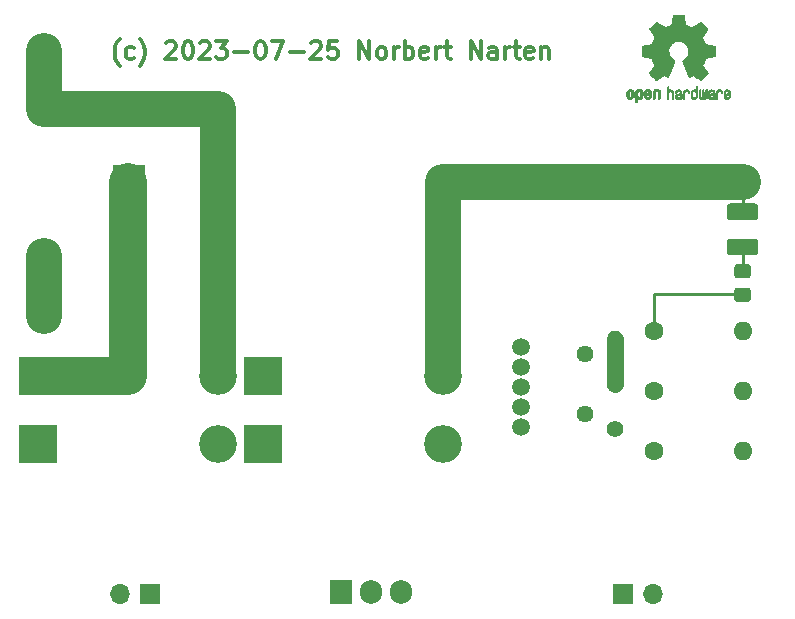
<source format=gbr>
%TF.GenerationSoftware,KiCad,Pcbnew,5.1.8-5.1.8*%
%TF.CreationDate,2023-07-26T00:19:43+02:00*%
%TF.ProjectId,C64-PSU-PCB-replacement-for-902503-06,4336342d-5053-4552-9d50-43422d726570,rev?*%
%TF.SameCoordinates,Original*%
%TF.FileFunction,Copper,L1,Top*%
%TF.FilePolarity,Positive*%
%FSLAX46Y46*%
G04 Gerber Fmt 4.6, Leading zero omitted, Abs format (unit mm)*
G04 Created by KiCad (PCBNEW 5.1.8-5.1.8) date 2023-07-26 00:19:43*
%MOMM*%
%LPD*%
G01*
G04 APERTURE LIST*
%TA.AperFunction,NonConductor*%
%ADD10C,0.300000*%
%TD*%
%TA.AperFunction,EtchedComponent*%
%ADD11C,0.010000*%
%TD*%
%TA.AperFunction,ComponentPad*%
%ADD12C,1.500000*%
%TD*%
%TA.AperFunction,ComponentPad*%
%ADD13C,3.000000*%
%TD*%
%TA.AperFunction,ComponentPad*%
%ADD14O,1.905000X2.000000*%
%TD*%
%TA.AperFunction,ComponentPad*%
%ADD15R,1.905000X2.000000*%
%TD*%
%TA.AperFunction,ComponentPad*%
%ADD16O,1.700000X1.700000*%
%TD*%
%TA.AperFunction,ComponentPad*%
%ADD17R,1.700000X1.700000*%
%TD*%
%TA.AperFunction,ComponentPad*%
%ADD18C,1.440000*%
%TD*%
%TA.AperFunction,ComponentPad*%
%ADD19O,1.400000X1.400000*%
%TD*%
%TA.AperFunction,ComponentPad*%
%ADD20C,1.400000*%
%TD*%
%TA.AperFunction,ComponentPad*%
%ADD21O,3.200000X3.200000*%
%TD*%
%TA.AperFunction,ComponentPad*%
%ADD22R,3.200000X3.200000*%
%TD*%
%TA.AperFunction,ComponentPad*%
%ADD23R,3.200001X3.200001*%
%TD*%
%TA.AperFunction,ComponentPad*%
%ADD24O,3.200001X3.200001*%
%TD*%
%TA.AperFunction,ComponentPad*%
%ADD25O,1.600000X1.600000*%
%TD*%
%TA.AperFunction,ComponentPad*%
%ADD26C,1.600000*%
%TD*%
%TA.AperFunction,ComponentPad*%
%ADD27O,2.800000X2.800000*%
%TD*%
%TA.AperFunction,ComponentPad*%
%ADD28R,2.800000X2.800000*%
%TD*%
%TA.AperFunction,Conductor*%
%ADD29C,0.250000*%
%TD*%
%TA.AperFunction,Conductor*%
%ADD30C,1.397000*%
%TD*%
%TA.AperFunction,Conductor*%
%ADD31C,3.048000*%
%TD*%
%TA.AperFunction,Conductor*%
%ADD32C,3.175000*%
%TD*%
G04 APERTURE END LIST*
D10*
X39947714Y-30206000D02*
X39876285Y-30134571D01*
X39733428Y-29920285D01*
X39661999Y-29777428D01*
X39590571Y-29563142D01*
X39519142Y-29206000D01*
X39519142Y-28920285D01*
X39590571Y-28563142D01*
X39661999Y-28348857D01*
X39733428Y-28206000D01*
X39876285Y-27991714D01*
X39947714Y-27920285D01*
X41161999Y-29563142D02*
X41019142Y-29634571D01*
X40733428Y-29634571D01*
X40590571Y-29563142D01*
X40519142Y-29491714D01*
X40447714Y-29348857D01*
X40447714Y-28920285D01*
X40519142Y-28777428D01*
X40590571Y-28706000D01*
X40733428Y-28634571D01*
X41019142Y-28634571D01*
X41161999Y-28706000D01*
X41661999Y-30206000D02*
X41733428Y-30134571D01*
X41876285Y-29920285D01*
X41947714Y-29777428D01*
X42019142Y-29563142D01*
X42090571Y-29206000D01*
X42090571Y-28920285D01*
X42019142Y-28563142D01*
X41947714Y-28348857D01*
X41876285Y-28206000D01*
X41733428Y-27991714D01*
X41661999Y-27920285D01*
X43876285Y-28277428D02*
X43947714Y-28206000D01*
X44090571Y-28134571D01*
X44447714Y-28134571D01*
X44590571Y-28206000D01*
X44661999Y-28277428D01*
X44733428Y-28420285D01*
X44733428Y-28563142D01*
X44661999Y-28777428D01*
X43804857Y-29634571D01*
X44733428Y-29634571D01*
X45661999Y-28134571D02*
X45804857Y-28134571D01*
X45947714Y-28206000D01*
X46019142Y-28277428D01*
X46090571Y-28420285D01*
X46161999Y-28706000D01*
X46161999Y-29063142D01*
X46090571Y-29348857D01*
X46019142Y-29491714D01*
X45947714Y-29563142D01*
X45804857Y-29634571D01*
X45661999Y-29634571D01*
X45519142Y-29563142D01*
X45447714Y-29491714D01*
X45376285Y-29348857D01*
X45304857Y-29063142D01*
X45304857Y-28706000D01*
X45376285Y-28420285D01*
X45447714Y-28277428D01*
X45519142Y-28206000D01*
X45661999Y-28134571D01*
X46733428Y-28277428D02*
X46804857Y-28206000D01*
X46947714Y-28134571D01*
X47304857Y-28134571D01*
X47447714Y-28206000D01*
X47519142Y-28277428D01*
X47590571Y-28420285D01*
X47590571Y-28563142D01*
X47519142Y-28777428D01*
X46661999Y-29634571D01*
X47590571Y-29634571D01*
X48090571Y-28134571D02*
X49019142Y-28134571D01*
X48519142Y-28706000D01*
X48733428Y-28706000D01*
X48876285Y-28777428D01*
X48947714Y-28848857D01*
X49019142Y-28991714D01*
X49019142Y-29348857D01*
X48947714Y-29491714D01*
X48876285Y-29563142D01*
X48733428Y-29634571D01*
X48304857Y-29634571D01*
X48161999Y-29563142D01*
X48090571Y-29491714D01*
X49661999Y-29063142D02*
X50804857Y-29063142D01*
X51804857Y-28134571D02*
X51947714Y-28134571D01*
X52090571Y-28206000D01*
X52161999Y-28277428D01*
X52233428Y-28420285D01*
X52304857Y-28706000D01*
X52304857Y-29063142D01*
X52233428Y-29348857D01*
X52161999Y-29491714D01*
X52090571Y-29563142D01*
X51947714Y-29634571D01*
X51804857Y-29634571D01*
X51661999Y-29563142D01*
X51590571Y-29491714D01*
X51519142Y-29348857D01*
X51447714Y-29063142D01*
X51447714Y-28706000D01*
X51519142Y-28420285D01*
X51590571Y-28277428D01*
X51661999Y-28206000D01*
X51804857Y-28134571D01*
X52804857Y-28134571D02*
X53804857Y-28134571D01*
X53161999Y-29634571D01*
X54376285Y-29063142D02*
X55519142Y-29063142D01*
X56162000Y-28277428D02*
X56233428Y-28206000D01*
X56376285Y-28134571D01*
X56733428Y-28134571D01*
X56876285Y-28206000D01*
X56947714Y-28277428D01*
X57019142Y-28420285D01*
X57019142Y-28563142D01*
X56947714Y-28777428D01*
X56090571Y-29634571D01*
X57019142Y-29634571D01*
X58376285Y-28134571D02*
X57662000Y-28134571D01*
X57590571Y-28848857D01*
X57662000Y-28777428D01*
X57804857Y-28706000D01*
X58162000Y-28706000D01*
X58304857Y-28777428D01*
X58376285Y-28848857D01*
X58447714Y-28991714D01*
X58447714Y-29348857D01*
X58376285Y-29491714D01*
X58304857Y-29563142D01*
X58162000Y-29634571D01*
X57804857Y-29634571D01*
X57662000Y-29563142D01*
X57590571Y-29491714D01*
X60233428Y-29634571D02*
X60233428Y-28134571D01*
X61090571Y-29634571D01*
X61090571Y-28134571D01*
X62019142Y-29634571D02*
X61876285Y-29563142D01*
X61804857Y-29491714D01*
X61733428Y-29348857D01*
X61733428Y-28920285D01*
X61804857Y-28777428D01*
X61876285Y-28706000D01*
X62019142Y-28634571D01*
X62233428Y-28634571D01*
X62376285Y-28706000D01*
X62447714Y-28777428D01*
X62519142Y-28920285D01*
X62519142Y-29348857D01*
X62447714Y-29491714D01*
X62376285Y-29563142D01*
X62233428Y-29634571D01*
X62019142Y-29634571D01*
X63162000Y-29634571D02*
X63162000Y-28634571D01*
X63162000Y-28920285D02*
X63233428Y-28777428D01*
X63304857Y-28706000D01*
X63447714Y-28634571D01*
X63590571Y-28634571D01*
X64090571Y-29634571D02*
X64090571Y-28134571D01*
X64090571Y-28706000D02*
X64233428Y-28634571D01*
X64519142Y-28634571D01*
X64662000Y-28706000D01*
X64733428Y-28777428D01*
X64804857Y-28920285D01*
X64804857Y-29348857D01*
X64733428Y-29491714D01*
X64662000Y-29563142D01*
X64519142Y-29634571D01*
X64233428Y-29634571D01*
X64090571Y-29563142D01*
X66019142Y-29563142D02*
X65876285Y-29634571D01*
X65590571Y-29634571D01*
X65447714Y-29563142D01*
X65376285Y-29420285D01*
X65376285Y-28848857D01*
X65447714Y-28706000D01*
X65590571Y-28634571D01*
X65876285Y-28634571D01*
X66019142Y-28706000D01*
X66090571Y-28848857D01*
X66090571Y-28991714D01*
X65376285Y-29134571D01*
X66733428Y-29634571D02*
X66733428Y-28634571D01*
X66733428Y-28920285D02*
X66804857Y-28777428D01*
X66876285Y-28706000D01*
X67019142Y-28634571D01*
X67162000Y-28634571D01*
X67447714Y-28634571D02*
X68019142Y-28634571D01*
X67662000Y-28134571D02*
X67662000Y-29420285D01*
X67733428Y-29563142D01*
X67876285Y-29634571D01*
X68019142Y-29634571D01*
X69662000Y-29634571D02*
X69662000Y-28134571D01*
X70519142Y-29634571D01*
X70519142Y-28134571D01*
X71876285Y-29634571D02*
X71876285Y-28848857D01*
X71804857Y-28706000D01*
X71662000Y-28634571D01*
X71376285Y-28634571D01*
X71233428Y-28706000D01*
X71876285Y-29563142D02*
X71733428Y-29634571D01*
X71376285Y-29634571D01*
X71233428Y-29563142D01*
X71162000Y-29420285D01*
X71162000Y-29277428D01*
X71233428Y-29134571D01*
X71376285Y-29063142D01*
X71733428Y-29063142D01*
X71876285Y-28991714D01*
X72590571Y-29634571D02*
X72590571Y-28634571D01*
X72590571Y-28920285D02*
X72662000Y-28777428D01*
X72733428Y-28706000D01*
X72876285Y-28634571D01*
X73019142Y-28634571D01*
X73304857Y-28634571D02*
X73876285Y-28634571D01*
X73519142Y-28134571D02*
X73519142Y-29420285D01*
X73590571Y-29563142D01*
X73733428Y-29634571D01*
X73876285Y-29634571D01*
X74947714Y-29563142D02*
X74804857Y-29634571D01*
X74519142Y-29634571D01*
X74376285Y-29563142D01*
X74304857Y-29420285D01*
X74304857Y-28848857D01*
X74376285Y-28706000D01*
X74519142Y-28634571D01*
X74804857Y-28634571D01*
X74947714Y-28706000D01*
X75019142Y-28848857D01*
X75019142Y-28991714D01*
X74304857Y-29134571D01*
X75662000Y-28634571D02*
X75662000Y-29634571D01*
X75662000Y-28777428D02*
X75733428Y-28706000D01*
X75876285Y-28634571D01*
X76090571Y-28634571D01*
X76233428Y-28706000D01*
X76304857Y-28848857D01*
X76304857Y-29634571D01*
D11*
%TO.C,REF\u002A\u002A*%
G36*
X84017886Y-32175505D02*
G01*
X84092539Y-32212727D01*
X84158431Y-32281261D01*
X84176577Y-32306648D01*
X84196345Y-32339866D01*
X84209172Y-32375945D01*
X84216510Y-32424098D01*
X84219813Y-32493536D01*
X84220538Y-32585206D01*
X84217263Y-32710830D01*
X84205877Y-32805154D01*
X84184041Y-32875523D01*
X84149419Y-32929286D01*
X84099670Y-32973788D01*
X84096014Y-32976423D01*
X84046985Y-33003377D01*
X83987945Y-33016712D01*
X83912859Y-33020000D01*
X83790795Y-33020000D01*
X83790744Y-33138497D01*
X83789608Y-33204492D01*
X83782686Y-33243202D01*
X83764598Y-33266419D01*
X83729962Y-33285933D01*
X83721645Y-33289920D01*
X83682720Y-33308603D01*
X83652583Y-33320403D01*
X83630174Y-33321422D01*
X83614433Y-33307761D01*
X83604302Y-33275522D01*
X83598723Y-33220804D01*
X83596635Y-33139711D01*
X83596981Y-33028344D01*
X83598700Y-32882802D01*
X83599237Y-32839269D01*
X83601172Y-32689205D01*
X83602904Y-32591042D01*
X83790692Y-32591042D01*
X83791748Y-32674364D01*
X83796438Y-32728880D01*
X83807051Y-32764837D01*
X83825872Y-32792482D01*
X83838650Y-32805965D01*
X83890890Y-32845417D01*
X83937142Y-32848628D01*
X83984867Y-32816049D01*
X83986077Y-32814846D01*
X84005494Y-32789668D01*
X84017307Y-32755447D01*
X84023265Y-32702748D01*
X84025120Y-32622131D01*
X84025154Y-32604271D01*
X84020670Y-32493175D01*
X84006074Y-32416161D01*
X83979650Y-32369147D01*
X83939683Y-32348050D01*
X83916584Y-32345923D01*
X83861762Y-32355900D01*
X83824158Y-32388752D01*
X83801523Y-32448857D01*
X83791606Y-32540598D01*
X83790692Y-32591042D01*
X83602904Y-32591042D01*
X83603222Y-32573060D01*
X83605873Y-32485679D01*
X83609606Y-32421905D01*
X83614907Y-32376582D01*
X83622258Y-32344555D01*
X83632143Y-32320668D01*
X83645046Y-32299764D01*
X83650579Y-32291898D01*
X83723969Y-32217595D01*
X83816760Y-32175467D01*
X83924096Y-32163722D01*
X84017886Y-32175505D01*
G37*
X84017886Y-32175505D02*
X84092539Y-32212727D01*
X84158431Y-32281261D01*
X84176577Y-32306648D01*
X84196345Y-32339866D01*
X84209172Y-32375945D01*
X84216510Y-32424098D01*
X84219813Y-32493536D01*
X84220538Y-32585206D01*
X84217263Y-32710830D01*
X84205877Y-32805154D01*
X84184041Y-32875523D01*
X84149419Y-32929286D01*
X84099670Y-32973788D01*
X84096014Y-32976423D01*
X84046985Y-33003377D01*
X83987945Y-33016712D01*
X83912859Y-33020000D01*
X83790795Y-33020000D01*
X83790744Y-33138497D01*
X83789608Y-33204492D01*
X83782686Y-33243202D01*
X83764598Y-33266419D01*
X83729962Y-33285933D01*
X83721645Y-33289920D01*
X83682720Y-33308603D01*
X83652583Y-33320403D01*
X83630174Y-33321422D01*
X83614433Y-33307761D01*
X83604302Y-33275522D01*
X83598723Y-33220804D01*
X83596635Y-33139711D01*
X83596981Y-33028344D01*
X83598700Y-32882802D01*
X83599237Y-32839269D01*
X83601172Y-32689205D01*
X83602904Y-32591042D01*
X83790692Y-32591042D01*
X83791748Y-32674364D01*
X83796438Y-32728880D01*
X83807051Y-32764837D01*
X83825872Y-32792482D01*
X83838650Y-32805965D01*
X83890890Y-32845417D01*
X83937142Y-32848628D01*
X83984867Y-32816049D01*
X83986077Y-32814846D01*
X84005494Y-32789668D01*
X84017307Y-32755447D01*
X84023265Y-32702748D01*
X84025120Y-32622131D01*
X84025154Y-32604271D01*
X84020670Y-32493175D01*
X84006074Y-32416161D01*
X83979650Y-32369147D01*
X83939683Y-32348050D01*
X83916584Y-32345923D01*
X83861762Y-32355900D01*
X83824158Y-32388752D01*
X83801523Y-32448857D01*
X83791606Y-32540598D01*
X83790692Y-32591042D01*
X83602904Y-32591042D01*
X83603222Y-32573060D01*
X83605873Y-32485679D01*
X83609606Y-32421905D01*
X83614907Y-32376582D01*
X83622258Y-32344555D01*
X83632143Y-32320668D01*
X83645046Y-32299764D01*
X83650579Y-32291898D01*
X83723969Y-32217595D01*
X83816760Y-32175467D01*
X83924096Y-32163722D01*
X84017886Y-32175505D01*
G36*
X85520664Y-32186089D02*
G01*
X85583367Y-32222358D01*
X85626961Y-32258358D01*
X85658845Y-32296075D01*
X85680810Y-32342199D01*
X85694649Y-32403421D01*
X85702153Y-32486431D01*
X85705117Y-32597919D01*
X85705461Y-32678062D01*
X85705461Y-32973065D01*
X85539385Y-33047515D01*
X85529615Y-32724402D01*
X85525579Y-32603729D01*
X85521344Y-32516141D01*
X85516097Y-32455650D01*
X85509025Y-32416268D01*
X85499311Y-32392007D01*
X85486144Y-32376880D01*
X85481919Y-32373606D01*
X85417909Y-32348034D01*
X85353208Y-32358153D01*
X85314692Y-32385000D01*
X85299025Y-32404024D01*
X85288180Y-32428988D01*
X85281288Y-32466834D01*
X85277479Y-32524502D01*
X85275883Y-32608935D01*
X85275615Y-32696928D01*
X85275563Y-32807323D01*
X85273672Y-32885463D01*
X85267345Y-32938165D01*
X85253983Y-32972242D01*
X85230985Y-32994511D01*
X85195754Y-33011787D01*
X85148697Y-33029738D01*
X85097303Y-33049278D01*
X85103421Y-32702485D01*
X85105884Y-32577468D01*
X85108767Y-32485082D01*
X85112898Y-32418881D01*
X85119107Y-32372420D01*
X85128226Y-32339256D01*
X85141083Y-32312944D01*
X85156584Y-32289729D01*
X85231371Y-32215569D01*
X85322628Y-32172684D01*
X85421883Y-32162412D01*
X85520664Y-32186089D01*
G37*
X85520664Y-32186089D02*
X85583367Y-32222358D01*
X85626961Y-32258358D01*
X85658845Y-32296075D01*
X85680810Y-32342199D01*
X85694649Y-32403421D01*
X85702153Y-32486431D01*
X85705117Y-32597919D01*
X85705461Y-32678062D01*
X85705461Y-32973065D01*
X85539385Y-33047515D01*
X85529615Y-32724402D01*
X85525579Y-32603729D01*
X85521344Y-32516141D01*
X85516097Y-32455650D01*
X85509025Y-32416268D01*
X85499311Y-32392007D01*
X85486144Y-32376880D01*
X85481919Y-32373606D01*
X85417909Y-32348034D01*
X85353208Y-32358153D01*
X85314692Y-32385000D01*
X85299025Y-32404024D01*
X85288180Y-32428988D01*
X85281288Y-32466834D01*
X85277479Y-32524502D01*
X85275883Y-32608935D01*
X85275615Y-32696928D01*
X85275563Y-32807323D01*
X85273672Y-32885463D01*
X85267345Y-32938165D01*
X85253983Y-32972242D01*
X85230985Y-32994511D01*
X85195754Y-33011787D01*
X85148697Y-33029738D01*
X85097303Y-33049278D01*
X85103421Y-32702485D01*
X85105884Y-32577468D01*
X85108767Y-32485082D01*
X85112898Y-32418881D01*
X85119107Y-32372420D01*
X85128226Y-32339256D01*
X85141083Y-32312944D01*
X85156584Y-32289729D01*
X85231371Y-32215569D01*
X85322628Y-32172684D01*
X85421883Y-32162412D01*
X85520664Y-32186089D01*
G36*
X83265886Y-32178256D02*
G01*
X83357464Y-32226409D01*
X83425049Y-32303905D01*
X83449057Y-32353727D01*
X83467738Y-32428533D01*
X83477301Y-32523052D01*
X83478208Y-32626210D01*
X83470921Y-32726935D01*
X83455903Y-32814153D01*
X83433615Y-32876791D01*
X83426765Y-32887579D01*
X83345632Y-32968105D01*
X83249266Y-33016336D01*
X83144701Y-33030450D01*
X83038968Y-33008629D01*
X83009543Y-32995547D01*
X82952241Y-32955231D01*
X82901950Y-32901775D01*
X82897197Y-32894995D01*
X82877878Y-32862321D01*
X82865108Y-32827394D01*
X82857564Y-32781414D01*
X82853924Y-32715584D01*
X82852865Y-32621105D01*
X82852846Y-32599923D01*
X82852894Y-32593182D01*
X83048231Y-32593182D01*
X83049368Y-32682349D01*
X83053841Y-32741520D01*
X83063246Y-32779741D01*
X83079176Y-32806053D01*
X83087308Y-32814846D01*
X83134058Y-32848261D01*
X83179447Y-32846737D01*
X83225340Y-32817752D01*
X83252712Y-32786809D01*
X83268923Y-32741643D01*
X83278026Y-32670420D01*
X83278651Y-32662114D01*
X83280204Y-32533037D01*
X83263965Y-32437172D01*
X83230152Y-32375107D01*
X83178984Y-32347432D01*
X83160720Y-32345923D01*
X83112760Y-32353513D01*
X83079953Y-32379808D01*
X83059895Y-32430095D01*
X83050178Y-32509664D01*
X83048231Y-32593182D01*
X82852894Y-32593182D01*
X82853574Y-32499249D01*
X82856629Y-32428906D01*
X82863322Y-32380163D01*
X82874960Y-32344288D01*
X82892853Y-32312548D01*
X82896808Y-32306648D01*
X82963267Y-32227104D01*
X83035685Y-32180929D01*
X83123849Y-32162599D01*
X83153787Y-32161703D01*
X83265886Y-32178256D01*
G37*
X83265886Y-32178256D02*
X83357464Y-32226409D01*
X83425049Y-32303905D01*
X83449057Y-32353727D01*
X83467738Y-32428533D01*
X83477301Y-32523052D01*
X83478208Y-32626210D01*
X83470921Y-32726935D01*
X83455903Y-32814153D01*
X83433615Y-32876791D01*
X83426765Y-32887579D01*
X83345632Y-32968105D01*
X83249266Y-33016336D01*
X83144701Y-33030450D01*
X83038968Y-33008629D01*
X83009543Y-32995547D01*
X82952241Y-32955231D01*
X82901950Y-32901775D01*
X82897197Y-32894995D01*
X82877878Y-32862321D01*
X82865108Y-32827394D01*
X82857564Y-32781414D01*
X82853924Y-32715584D01*
X82852865Y-32621105D01*
X82852846Y-32599923D01*
X82852894Y-32593182D01*
X83048231Y-32593182D01*
X83049368Y-32682349D01*
X83053841Y-32741520D01*
X83063246Y-32779741D01*
X83079176Y-32806053D01*
X83087308Y-32814846D01*
X83134058Y-32848261D01*
X83179447Y-32846737D01*
X83225340Y-32817752D01*
X83252712Y-32786809D01*
X83268923Y-32741643D01*
X83278026Y-32670420D01*
X83278651Y-32662114D01*
X83280204Y-32533037D01*
X83263965Y-32437172D01*
X83230152Y-32375107D01*
X83178984Y-32347432D01*
X83160720Y-32345923D01*
X83112760Y-32353513D01*
X83079953Y-32379808D01*
X83059895Y-32430095D01*
X83050178Y-32509664D01*
X83048231Y-32593182D01*
X82852894Y-32593182D01*
X82853574Y-32499249D01*
X82856629Y-32428906D01*
X82863322Y-32380163D01*
X82874960Y-32344288D01*
X82892853Y-32312548D01*
X82896808Y-32306648D01*
X82963267Y-32227104D01*
X83035685Y-32180929D01*
X83123849Y-32162599D01*
X83153787Y-32161703D01*
X83265886Y-32178256D01*
G36*
X84783254Y-32190745D02*
G01*
X84860286Y-32242567D01*
X84919816Y-32317412D01*
X84955378Y-32412654D01*
X84962571Y-32482756D01*
X84961754Y-32512009D01*
X84954914Y-32534407D01*
X84936112Y-32554474D01*
X84899408Y-32576733D01*
X84838862Y-32605709D01*
X84748534Y-32645927D01*
X84748077Y-32646129D01*
X84664933Y-32684210D01*
X84596753Y-32718025D01*
X84550505Y-32743933D01*
X84533158Y-32758295D01*
X84533154Y-32758411D01*
X84548443Y-32789685D01*
X84584196Y-32824157D01*
X84625242Y-32848990D01*
X84646037Y-32853923D01*
X84702770Y-32836862D01*
X84751627Y-32794133D01*
X84775465Y-32747155D01*
X84798397Y-32712522D01*
X84843318Y-32673081D01*
X84896123Y-32639009D01*
X84942710Y-32620480D01*
X84952452Y-32619462D01*
X84963418Y-32636215D01*
X84964079Y-32679039D01*
X84956020Y-32736781D01*
X84940827Y-32798289D01*
X84920086Y-32852409D01*
X84919038Y-32854510D01*
X84856621Y-32941660D01*
X84775726Y-33000939D01*
X84683856Y-33030034D01*
X84588513Y-33026634D01*
X84497198Y-32988428D01*
X84493138Y-32985741D01*
X84421306Y-32920642D01*
X84374073Y-32835705D01*
X84347934Y-32724021D01*
X84344426Y-32692643D01*
X84338213Y-32544536D01*
X84345661Y-32475468D01*
X84533154Y-32475468D01*
X84535590Y-32518552D01*
X84548914Y-32531126D01*
X84582132Y-32521719D01*
X84634494Y-32499483D01*
X84693024Y-32471610D01*
X84694479Y-32470872D01*
X84744089Y-32444777D01*
X84764000Y-32427363D01*
X84759090Y-32409107D01*
X84738416Y-32385120D01*
X84685819Y-32350406D01*
X84629177Y-32347856D01*
X84578369Y-32373119D01*
X84543276Y-32421847D01*
X84533154Y-32475468D01*
X84345661Y-32475468D01*
X84350992Y-32426036D01*
X84383778Y-32332055D01*
X84429421Y-32266215D01*
X84511802Y-32199681D01*
X84602546Y-32166676D01*
X84695185Y-32164573D01*
X84783254Y-32190745D01*
G37*
X84783254Y-32190745D02*
X84860286Y-32242567D01*
X84919816Y-32317412D01*
X84955378Y-32412654D01*
X84962571Y-32482756D01*
X84961754Y-32512009D01*
X84954914Y-32534407D01*
X84936112Y-32554474D01*
X84899408Y-32576733D01*
X84838862Y-32605709D01*
X84748534Y-32645927D01*
X84748077Y-32646129D01*
X84664933Y-32684210D01*
X84596753Y-32718025D01*
X84550505Y-32743933D01*
X84533158Y-32758295D01*
X84533154Y-32758411D01*
X84548443Y-32789685D01*
X84584196Y-32824157D01*
X84625242Y-32848990D01*
X84646037Y-32853923D01*
X84702770Y-32836862D01*
X84751627Y-32794133D01*
X84775465Y-32747155D01*
X84798397Y-32712522D01*
X84843318Y-32673081D01*
X84896123Y-32639009D01*
X84942710Y-32620480D01*
X84952452Y-32619462D01*
X84963418Y-32636215D01*
X84964079Y-32679039D01*
X84956020Y-32736781D01*
X84940827Y-32798289D01*
X84920086Y-32852409D01*
X84919038Y-32854510D01*
X84856621Y-32941660D01*
X84775726Y-33000939D01*
X84683856Y-33030034D01*
X84588513Y-33026634D01*
X84497198Y-32988428D01*
X84493138Y-32985741D01*
X84421306Y-32920642D01*
X84374073Y-32835705D01*
X84347934Y-32724021D01*
X84344426Y-32692643D01*
X84338213Y-32544536D01*
X84345661Y-32475468D01*
X84533154Y-32475468D01*
X84535590Y-32518552D01*
X84548914Y-32531126D01*
X84582132Y-32521719D01*
X84634494Y-32499483D01*
X84693024Y-32471610D01*
X84694479Y-32470872D01*
X84744089Y-32444777D01*
X84764000Y-32427363D01*
X84759090Y-32409107D01*
X84738416Y-32385120D01*
X84685819Y-32350406D01*
X84629177Y-32347856D01*
X84578369Y-32373119D01*
X84543276Y-32421847D01*
X84533154Y-32475468D01*
X84345661Y-32475468D01*
X84350992Y-32426036D01*
X84383778Y-32332055D01*
X84429421Y-32266215D01*
X84511802Y-32199681D01*
X84602546Y-32166676D01*
X84695185Y-32164573D01*
X84783254Y-32190745D01*
G36*
X86408846Y-32083120D02*
G01*
X86414572Y-32162980D01*
X86421149Y-32210039D01*
X86430262Y-32230566D01*
X86443598Y-32230829D01*
X86447923Y-32228378D01*
X86505444Y-32210636D01*
X86580268Y-32211672D01*
X86656339Y-32229910D01*
X86703918Y-32253505D01*
X86752702Y-32291198D01*
X86788364Y-32333855D01*
X86812845Y-32388057D01*
X86828087Y-32460384D01*
X86836030Y-32557419D01*
X86838616Y-32685742D01*
X86838662Y-32710358D01*
X86838692Y-32986870D01*
X86777161Y-33008320D01*
X86733459Y-33022912D01*
X86709482Y-33029706D01*
X86708777Y-33029769D01*
X86706415Y-33011345D01*
X86704406Y-32960526D01*
X86702901Y-32883993D01*
X86702053Y-32788430D01*
X86701923Y-32730329D01*
X86701651Y-32615771D01*
X86700252Y-32533667D01*
X86696849Y-32477393D01*
X86690567Y-32440326D01*
X86680529Y-32415844D01*
X86665861Y-32397325D01*
X86656702Y-32388406D01*
X86593789Y-32352466D01*
X86525136Y-32349775D01*
X86462848Y-32380170D01*
X86451329Y-32391144D01*
X86434433Y-32411779D01*
X86422714Y-32436256D01*
X86415233Y-32471647D01*
X86411054Y-32525026D01*
X86409237Y-32603466D01*
X86408846Y-32711617D01*
X86408846Y-32986870D01*
X86347315Y-33008320D01*
X86303613Y-33022912D01*
X86279636Y-33029706D01*
X86278930Y-33029769D01*
X86277126Y-33011069D01*
X86275500Y-32958322D01*
X86274117Y-32876557D01*
X86273042Y-32770805D01*
X86272340Y-32646094D01*
X86272077Y-32507455D01*
X86272077Y-31972806D01*
X86399077Y-31919236D01*
X86408846Y-32083120D01*
G37*
X86408846Y-32083120D02*
X86414572Y-32162980D01*
X86421149Y-32210039D01*
X86430262Y-32230566D01*
X86443598Y-32230829D01*
X86447923Y-32228378D01*
X86505444Y-32210636D01*
X86580268Y-32211672D01*
X86656339Y-32229910D01*
X86703918Y-32253505D01*
X86752702Y-32291198D01*
X86788364Y-32333855D01*
X86812845Y-32388057D01*
X86828087Y-32460384D01*
X86836030Y-32557419D01*
X86838616Y-32685742D01*
X86838662Y-32710358D01*
X86838692Y-32986870D01*
X86777161Y-33008320D01*
X86733459Y-33022912D01*
X86709482Y-33029706D01*
X86708777Y-33029769D01*
X86706415Y-33011345D01*
X86704406Y-32960526D01*
X86702901Y-32883993D01*
X86702053Y-32788430D01*
X86701923Y-32730329D01*
X86701651Y-32615771D01*
X86700252Y-32533667D01*
X86696849Y-32477393D01*
X86690567Y-32440326D01*
X86680529Y-32415844D01*
X86665861Y-32397325D01*
X86656702Y-32388406D01*
X86593789Y-32352466D01*
X86525136Y-32349775D01*
X86462848Y-32380170D01*
X86451329Y-32391144D01*
X86434433Y-32411779D01*
X86422714Y-32436256D01*
X86415233Y-32471647D01*
X86411054Y-32525026D01*
X86409237Y-32603466D01*
X86408846Y-32711617D01*
X86408846Y-32986870D01*
X86347315Y-33008320D01*
X86303613Y-33022912D01*
X86279636Y-33029706D01*
X86278930Y-33029769D01*
X86277126Y-33011069D01*
X86275500Y-32958322D01*
X86274117Y-32876557D01*
X86273042Y-32770805D01*
X86272340Y-32646094D01*
X86272077Y-32507455D01*
X86272077Y-31972806D01*
X86399077Y-31919236D01*
X86408846Y-32083120D01*
G36*
X87302501Y-32217303D02*
G01*
X87379060Y-32245733D01*
X87379936Y-32246279D01*
X87427285Y-32281127D01*
X87462241Y-32321852D01*
X87486825Y-32374925D01*
X87503062Y-32446814D01*
X87512975Y-32543992D01*
X87518586Y-32672928D01*
X87519077Y-32691298D01*
X87526141Y-32968287D01*
X87466695Y-32999028D01*
X87423681Y-33019802D01*
X87397710Y-33029646D01*
X87396509Y-33029769D01*
X87392014Y-33011606D01*
X87388444Y-32962612D01*
X87386248Y-32891031D01*
X87385769Y-32833068D01*
X87385758Y-32739170D01*
X87381466Y-32680203D01*
X87366503Y-32652079D01*
X87334482Y-32650706D01*
X87279014Y-32671998D01*
X87195269Y-32711136D01*
X87133689Y-32743643D01*
X87102017Y-32771845D01*
X87092706Y-32802582D01*
X87092692Y-32804104D01*
X87108057Y-32857054D01*
X87153547Y-32885660D01*
X87223166Y-32889803D01*
X87273313Y-32889084D01*
X87299754Y-32903527D01*
X87316243Y-32938218D01*
X87325733Y-32982416D01*
X87312057Y-33007493D01*
X87306907Y-33011082D01*
X87258425Y-33025496D01*
X87190531Y-33027537D01*
X87120612Y-33017983D01*
X87071068Y-33000522D01*
X87002570Y-32942364D01*
X86963634Y-32861408D01*
X86955923Y-32798160D01*
X86961807Y-32741111D01*
X86983101Y-32694542D01*
X87025265Y-32653181D01*
X87093759Y-32611755D01*
X87194044Y-32564993D01*
X87200154Y-32562350D01*
X87290490Y-32520617D01*
X87346235Y-32486391D01*
X87370129Y-32455635D01*
X87364913Y-32424311D01*
X87333328Y-32388383D01*
X87323883Y-32380116D01*
X87260617Y-32348058D01*
X87195064Y-32349407D01*
X87137972Y-32380838D01*
X87100093Y-32439024D01*
X87096574Y-32450446D01*
X87062300Y-32505837D01*
X87018809Y-32532518D01*
X86955923Y-32558960D01*
X86955923Y-32490548D01*
X86975052Y-32391110D01*
X87031831Y-32299902D01*
X87061378Y-32269389D01*
X87128542Y-32230228D01*
X87213956Y-32212500D01*
X87302501Y-32217303D01*
G37*
X87302501Y-32217303D02*
X87379060Y-32245733D01*
X87379936Y-32246279D01*
X87427285Y-32281127D01*
X87462241Y-32321852D01*
X87486825Y-32374925D01*
X87503062Y-32446814D01*
X87512975Y-32543992D01*
X87518586Y-32672928D01*
X87519077Y-32691298D01*
X87526141Y-32968287D01*
X87466695Y-32999028D01*
X87423681Y-33019802D01*
X87397710Y-33029646D01*
X87396509Y-33029769D01*
X87392014Y-33011606D01*
X87388444Y-32962612D01*
X87386248Y-32891031D01*
X87385769Y-32833068D01*
X87385758Y-32739170D01*
X87381466Y-32680203D01*
X87366503Y-32652079D01*
X87334482Y-32650706D01*
X87279014Y-32671998D01*
X87195269Y-32711136D01*
X87133689Y-32743643D01*
X87102017Y-32771845D01*
X87092706Y-32802582D01*
X87092692Y-32804104D01*
X87108057Y-32857054D01*
X87153547Y-32885660D01*
X87223166Y-32889803D01*
X87273313Y-32889084D01*
X87299754Y-32903527D01*
X87316243Y-32938218D01*
X87325733Y-32982416D01*
X87312057Y-33007493D01*
X87306907Y-33011082D01*
X87258425Y-33025496D01*
X87190531Y-33027537D01*
X87120612Y-33017983D01*
X87071068Y-33000522D01*
X87002570Y-32942364D01*
X86963634Y-32861408D01*
X86955923Y-32798160D01*
X86961807Y-32741111D01*
X86983101Y-32694542D01*
X87025265Y-32653181D01*
X87093759Y-32611755D01*
X87194044Y-32564993D01*
X87200154Y-32562350D01*
X87290490Y-32520617D01*
X87346235Y-32486391D01*
X87370129Y-32455635D01*
X87364913Y-32424311D01*
X87333328Y-32388383D01*
X87323883Y-32380116D01*
X87260617Y-32348058D01*
X87195064Y-32349407D01*
X87137972Y-32380838D01*
X87100093Y-32439024D01*
X87096574Y-32450446D01*
X87062300Y-32505837D01*
X87018809Y-32532518D01*
X86955923Y-32558960D01*
X86955923Y-32490548D01*
X86975052Y-32391110D01*
X87031831Y-32299902D01*
X87061378Y-32269389D01*
X87128542Y-32230228D01*
X87213956Y-32212500D01*
X87302501Y-32217303D01*
G36*
X87962362Y-32215670D02*
G01*
X88051117Y-32248421D01*
X88123022Y-32306350D01*
X88151144Y-32347128D01*
X88181802Y-32421954D01*
X88181165Y-32476058D01*
X88148987Y-32512446D01*
X88137081Y-32518633D01*
X88085675Y-32537925D01*
X88059422Y-32532982D01*
X88050530Y-32500587D01*
X88050077Y-32482692D01*
X88033797Y-32416859D01*
X87991365Y-32370807D01*
X87932388Y-32348564D01*
X87866475Y-32354161D01*
X87812895Y-32383229D01*
X87794798Y-32399810D01*
X87781971Y-32419925D01*
X87773306Y-32450332D01*
X87767696Y-32497788D01*
X87764035Y-32569050D01*
X87761215Y-32670875D01*
X87760484Y-32703115D01*
X87757820Y-32813410D01*
X87754792Y-32891036D01*
X87750250Y-32942396D01*
X87743046Y-32973890D01*
X87732033Y-32991920D01*
X87716060Y-33002888D01*
X87705834Y-33007733D01*
X87662406Y-33024301D01*
X87636842Y-33029769D01*
X87628395Y-33011507D01*
X87623239Y-32956296D01*
X87621346Y-32863499D01*
X87622689Y-32732478D01*
X87623107Y-32712269D01*
X87626058Y-32592733D01*
X87629548Y-32505449D01*
X87634514Y-32443591D01*
X87641893Y-32400336D01*
X87652624Y-32368860D01*
X87667645Y-32342339D01*
X87675502Y-32330975D01*
X87720553Y-32280692D01*
X87770940Y-32241581D01*
X87777108Y-32238167D01*
X87867458Y-32211212D01*
X87962362Y-32215670D01*
G37*
X87962362Y-32215670D02*
X88051117Y-32248421D01*
X88123022Y-32306350D01*
X88151144Y-32347128D01*
X88181802Y-32421954D01*
X88181165Y-32476058D01*
X88148987Y-32512446D01*
X88137081Y-32518633D01*
X88085675Y-32537925D01*
X88059422Y-32532982D01*
X88050530Y-32500587D01*
X88050077Y-32482692D01*
X88033797Y-32416859D01*
X87991365Y-32370807D01*
X87932388Y-32348564D01*
X87866475Y-32354161D01*
X87812895Y-32383229D01*
X87794798Y-32399810D01*
X87781971Y-32419925D01*
X87773306Y-32450332D01*
X87767696Y-32497788D01*
X87764035Y-32569050D01*
X87761215Y-32670875D01*
X87760484Y-32703115D01*
X87757820Y-32813410D01*
X87754792Y-32891036D01*
X87750250Y-32942396D01*
X87743046Y-32973890D01*
X87732033Y-32991920D01*
X87716060Y-33002888D01*
X87705834Y-33007733D01*
X87662406Y-33024301D01*
X87636842Y-33029769D01*
X87628395Y-33011507D01*
X87623239Y-32956296D01*
X87621346Y-32863499D01*
X87622689Y-32732478D01*
X87623107Y-32712269D01*
X87626058Y-32592733D01*
X87629548Y-32505449D01*
X87634514Y-32443591D01*
X87641893Y-32400336D01*
X87652624Y-32368860D01*
X87667645Y-32342339D01*
X87675502Y-32330975D01*
X87720553Y-32280692D01*
X87770940Y-32241581D01*
X87777108Y-32238167D01*
X87867458Y-32211212D01*
X87962362Y-32215670D01*
G36*
X88851081Y-32371289D02*
G01*
X88850833Y-32517320D01*
X88849872Y-32629655D01*
X88847794Y-32713678D01*
X88844193Y-32774769D01*
X88838665Y-32818309D01*
X88830804Y-32849679D01*
X88820207Y-32874262D01*
X88812182Y-32888294D01*
X88745728Y-32964388D01*
X88661470Y-33012084D01*
X88568249Y-33029199D01*
X88474900Y-33013546D01*
X88419312Y-32985418D01*
X88360957Y-32936760D01*
X88321186Y-32877333D01*
X88297190Y-32799507D01*
X88286161Y-32695652D01*
X88284599Y-32619462D01*
X88284809Y-32613986D01*
X88421308Y-32613986D01*
X88422141Y-32701355D01*
X88425961Y-32759192D01*
X88434746Y-32797029D01*
X88450474Y-32824398D01*
X88469266Y-32845042D01*
X88532375Y-32884890D01*
X88600137Y-32888295D01*
X88664179Y-32855025D01*
X88669164Y-32850517D01*
X88690439Y-32827067D01*
X88703779Y-32799166D01*
X88711001Y-32757641D01*
X88713923Y-32693316D01*
X88714385Y-32622200D01*
X88713383Y-32532858D01*
X88709238Y-32473258D01*
X88700236Y-32434089D01*
X88684667Y-32406040D01*
X88671902Y-32391144D01*
X88612600Y-32353575D01*
X88544301Y-32349057D01*
X88479110Y-32377753D01*
X88466528Y-32388406D01*
X88445111Y-32412063D01*
X88431744Y-32440251D01*
X88424566Y-32482245D01*
X88421719Y-32547319D01*
X88421308Y-32613986D01*
X88284809Y-32613986D01*
X88289322Y-32496765D01*
X88305362Y-32404577D01*
X88335528Y-32335269D01*
X88382629Y-32281211D01*
X88419312Y-32253505D01*
X88485990Y-32223572D01*
X88563272Y-32209678D01*
X88635110Y-32213397D01*
X88675308Y-32228400D01*
X88691082Y-32232670D01*
X88701550Y-32216750D01*
X88708856Y-32174089D01*
X88714385Y-32109106D01*
X88720437Y-32036732D01*
X88728844Y-31993187D01*
X88744141Y-31968287D01*
X88770864Y-31951845D01*
X88787654Y-31944564D01*
X88851154Y-31917963D01*
X88851081Y-32371289D01*
G37*
X88851081Y-32371289D02*
X88850833Y-32517320D01*
X88849872Y-32629655D01*
X88847794Y-32713678D01*
X88844193Y-32774769D01*
X88838665Y-32818309D01*
X88830804Y-32849679D01*
X88820207Y-32874262D01*
X88812182Y-32888294D01*
X88745728Y-32964388D01*
X88661470Y-33012084D01*
X88568249Y-33029199D01*
X88474900Y-33013546D01*
X88419312Y-32985418D01*
X88360957Y-32936760D01*
X88321186Y-32877333D01*
X88297190Y-32799507D01*
X88286161Y-32695652D01*
X88284599Y-32619462D01*
X88284809Y-32613986D01*
X88421308Y-32613986D01*
X88422141Y-32701355D01*
X88425961Y-32759192D01*
X88434746Y-32797029D01*
X88450474Y-32824398D01*
X88469266Y-32845042D01*
X88532375Y-32884890D01*
X88600137Y-32888295D01*
X88664179Y-32855025D01*
X88669164Y-32850517D01*
X88690439Y-32827067D01*
X88703779Y-32799166D01*
X88711001Y-32757641D01*
X88713923Y-32693316D01*
X88714385Y-32622200D01*
X88713383Y-32532858D01*
X88709238Y-32473258D01*
X88700236Y-32434089D01*
X88684667Y-32406040D01*
X88671902Y-32391144D01*
X88612600Y-32353575D01*
X88544301Y-32349057D01*
X88479110Y-32377753D01*
X88466528Y-32388406D01*
X88445111Y-32412063D01*
X88431744Y-32440251D01*
X88424566Y-32482245D01*
X88421719Y-32547319D01*
X88421308Y-32613986D01*
X88284809Y-32613986D01*
X88289322Y-32496765D01*
X88305362Y-32404577D01*
X88335528Y-32335269D01*
X88382629Y-32281211D01*
X88419312Y-32253505D01*
X88485990Y-32223572D01*
X88563272Y-32209678D01*
X88635110Y-32213397D01*
X88675308Y-32228400D01*
X88691082Y-32232670D01*
X88701550Y-32216750D01*
X88708856Y-32174089D01*
X88714385Y-32109106D01*
X88720437Y-32036732D01*
X88728844Y-31993187D01*
X88744141Y-31968287D01*
X88770864Y-31951845D01*
X88787654Y-31944564D01*
X88851154Y-31917963D01*
X88851081Y-32371289D01*
G36*
X89644929Y-32227662D02*
G01*
X89647911Y-32279068D01*
X89650247Y-32357192D01*
X89651749Y-32455857D01*
X89652231Y-32559343D01*
X89652231Y-32909533D01*
X89590401Y-32971363D01*
X89547793Y-33009462D01*
X89510390Y-33024895D01*
X89459270Y-33023918D01*
X89438978Y-33021433D01*
X89375554Y-33014200D01*
X89323095Y-33010055D01*
X89310308Y-33009672D01*
X89267199Y-33012176D01*
X89205544Y-33018462D01*
X89181638Y-33021433D01*
X89122922Y-33026028D01*
X89083464Y-33016046D01*
X89044338Y-32985228D01*
X89030215Y-32971363D01*
X88968385Y-32909533D01*
X88968385Y-32254503D01*
X89018150Y-32231829D01*
X89061002Y-32215034D01*
X89086073Y-32209154D01*
X89092501Y-32227736D01*
X89098509Y-32279655D01*
X89103697Y-32359172D01*
X89107664Y-32460546D01*
X89109577Y-32546192D01*
X89114923Y-32883231D01*
X89161560Y-32889825D01*
X89203976Y-32885214D01*
X89224760Y-32870287D01*
X89230570Y-32842377D01*
X89235530Y-32782925D01*
X89239246Y-32699466D01*
X89241324Y-32599532D01*
X89241624Y-32548104D01*
X89241923Y-32252054D01*
X89303454Y-32230604D01*
X89347004Y-32216020D01*
X89370694Y-32209219D01*
X89371377Y-32209154D01*
X89373754Y-32227642D01*
X89376366Y-32278906D01*
X89378995Y-32356649D01*
X89381421Y-32454574D01*
X89383115Y-32546192D01*
X89388461Y-32883231D01*
X89505692Y-32883231D01*
X89511072Y-32575746D01*
X89516451Y-32268261D01*
X89573601Y-32238707D01*
X89615797Y-32218413D01*
X89640770Y-32209204D01*
X89641491Y-32209154D01*
X89644929Y-32227662D01*
G37*
X89644929Y-32227662D02*
X89647911Y-32279068D01*
X89650247Y-32357192D01*
X89651749Y-32455857D01*
X89652231Y-32559343D01*
X89652231Y-32909533D01*
X89590401Y-32971363D01*
X89547793Y-33009462D01*
X89510390Y-33024895D01*
X89459270Y-33023918D01*
X89438978Y-33021433D01*
X89375554Y-33014200D01*
X89323095Y-33010055D01*
X89310308Y-33009672D01*
X89267199Y-33012176D01*
X89205544Y-33018462D01*
X89181638Y-33021433D01*
X89122922Y-33026028D01*
X89083464Y-33016046D01*
X89044338Y-32985228D01*
X89030215Y-32971363D01*
X88968385Y-32909533D01*
X88968385Y-32254503D01*
X89018150Y-32231829D01*
X89061002Y-32215034D01*
X89086073Y-32209154D01*
X89092501Y-32227736D01*
X89098509Y-32279655D01*
X89103697Y-32359172D01*
X89107664Y-32460546D01*
X89109577Y-32546192D01*
X89114923Y-32883231D01*
X89161560Y-32889825D01*
X89203976Y-32885214D01*
X89224760Y-32870287D01*
X89230570Y-32842377D01*
X89235530Y-32782925D01*
X89239246Y-32699466D01*
X89241324Y-32599532D01*
X89241624Y-32548104D01*
X89241923Y-32252054D01*
X89303454Y-32230604D01*
X89347004Y-32216020D01*
X89370694Y-32209219D01*
X89371377Y-32209154D01*
X89373754Y-32227642D01*
X89376366Y-32278906D01*
X89378995Y-32356649D01*
X89381421Y-32454574D01*
X89383115Y-32546192D01*
X89388461Y-32883231D01*
X89505692Y-32883231D01*
X89511072Y-32575746D01*
X89516451Y-32268261D01*
X89573601Y-32238707D01*
X89615797Y-32218413D01*
X89640770Y-32209204D01*
X89641491Y-32209154D01*
X89644929Y-32227662D01*
G36*
X90136333Y-32224528D02*
G01*
X90192590Y-32250117D01*
X90236747Y-32281124D01*
X90269101Y-32315795D01*
X90291438Y-32360520D01*
X90305546Y-32421692D01*
X90313211Y-32505701D01*
X90316220Y-32618940D01*
X90316538Y-32693509D01*
X90316538Y-32984420D01*
X90266773Y-33007095D01*
X90227576Y-33023667D01*
X90208157Y-33029769D01*
X90204442Y-33011610D01*
X90201495Y-32962648D01*
X90199691Y-32891153D01*
X90199308Y-32834385D01*
X90197661Y-32752371D01*
X90193222Y-32687309D01*
X90186740Y-32647467D01*
X90181590Y-32639000D01*
X90146977Y-32647646D01*
X90092640Y-32669823D01*
X90029722Y-32699886D01*
X89969368Y-32732192D01*
X89922721Y-32761098D01*
X89900926Y-32780961D01*
X89900839Y-32781175D01*
X89902714Y-32817935D01*
X89919525Y-32853026D01*
X89949039Y-32881528D01*
X89992116Y-32891061D01*
X90028932Y-32889950D01*
X90081074Y-32889133D01*
X90108444Y-32901349D01*
X90124882Y-32933624D01*
X90126955Y-32939710D01*
X90134081Y-32985739D01*
X90115024Y-33013687D01*
X90065353Y-33027007D01*
X90011697Y-33029470D01*
X89915142Y-33011210D01*
X89865159Y-32985131D01*
X89803429Y-32923868D01*
X89770690Y-32848670D01*
X89767753Y-32769211D01*
X89795424Y-32695167D01*
X89837047Y-32648769D01*
X89878604Y-32622793D01*
X89943922Y-32589907D01*
X90020038Y-32556557D01*
X90032726Y-32551461D01*
X90116333Y-32514565D01*
X90164530Y-32482046D01*
X90180030Y-32449718D01*
X90165550Y-32413394D01*
X90140692Y-32385000D01*
X90081939Y-32350039D01*
X90017293Y-32347417D01*
X89958008Y-32374358D01*
X89915339Y-32428088D01*
X89909739Y-32441950D01*
X89877133Y-32492936D01*
X89829530Y-32530787D01*
X89769461Y-32561850D01*
X89769461Y-32473768D01*
X89772997Y-32419951D01*
X89788156Y-32377534D01*
X89821768Y-32332279D01*
X89854035Y-32297420D01*
X89904209Y-32248062D01*
X89943193Y-32221547D01*
X89985064Y-32210911D01*
X90032460Y-32209154D01*
X90136333Y-32224528D01*
G37*
X90136333Y-32224528D02*
X90192590Y-32250117D01*
X90236747Y-32281124D01*
X90269101Y-32315795D01*
X90291438Y-32360520D01*
X90305546Y-32421692D01*
X90313211Y-32505701D01*
X90316220Y-32618940D01*
X90316538Y-32693509D01*
X90316538Y-32984420D01*
X90266773Y-33007095D01*
X90227576Y-33023667D01*
X90208157Y-33029769D01*
X90204442Y-33011610D01*
X90201495Y-32962648D01*
X90199691Y-32891153D01*
X90199308Y-32834385D01*
X90197661Y-32752371D01*
X90193222Y-32687309D01*
X90186740Y-32647467D01*
X90181590Y-32639000D01*
X90146977Y-32647646D01*
X90092640Y-32669823D01*
X90029722Y-32699886D01*
X89969368Y-32732192D01*
X89922721Y-32761098D01*
X89900926Y-32780961D01*
X89900839Y-32781175D01*
X89902714Y-32817935D01*
X89919525Y-32853026D01*
X89949039Y-32881528D01*
X89992116Y-32891061D01*
X90028932Y-32889950D01*
X90081074Y-32889133D01*
X90108444Y-32901349D01*
X90124882Y-32933624D01*
X90126955Y-32939710D01*
X90134081Y-32985739D01*
X90115024Y-33013687D01*
X90065353Y-33027007D01*
X90011697Y-33029470D01*
X89915142Y-33011210D01*
X89865159Y-32985131D01*
X89803429Y-32923868D01*
X89770690Y-32848670D01*
X89767753Y-32769211D01*
X89795424Y-32695167D01*
X89837047Y-32648769D01*
X89878604Y-32622793D01*
X89943922Y-32589907D01*
X90020038Y-32556557D01*
X90032726Y-32551461D01*
X90116333Y-32514565D01*
X90164530Y-32482046D01*
X90180030Y-32449718D01*
X90165550Y-32413394D01*
X90140692Y-32385000D01*
X90081939Y-32350039D01*
X90017293Y-32347417D01*
X89958008Y-32374358D01*
X89915339Y-32428088D01*
X89909739Y-32441950D01*
X89877133Y-32492936D01*
X89829530Y-32530787D01*
X89769461Y-32561850D01*
X89769461Y-32473768D01*
X89772997Y-32419951D01*
X89788156Y-32377534D01*
X89821768Y-32332279D01*
X89854035Y-32297420D01*
X89904209Y-32248062D01*
X89943193Y-32221547D01*
X89985064Y-32210911D01*
X90032460Y-32209154D01*
X90136333Y-32224528D01*
G36*
X90819807Y-32227782D02*
G01*
X90843161Y-32237988D01*
X90898902Y-32282134D01*
X90946569Y-32345967D01*
X90976048Y-32414087D01*
X90980846Y-32447670D01*
X90964760Y-32494556D01*
X90929475Y-32519365D01*
X90891644Y-32534387D01*
X90874321Y-32537155D01*
X90865886Y-32517066D01*
X90849230Y-32473351D01*
X90841923Y-32453598D01*
X90800948Y-32385271D01*
X90741622Y-32351191D01*
X90665552Y-32352239D01*
X90659918Y-32353581D01*
X90619305Y-32372836D01*
X90589448Y-32410375D01*
X90569055Y-32470809D01*
X90556836Y-32558751D01*
X90551500Y-32678813D01*
X90551000Y-32742698D01*
X90550752Y-32843403D01*
X90549126Y-32912054D01*
X90544801Y-32955673D01*
X90536454Y-32981282D01*
X90522765Y-32995903D01*
X90502411Y-33006558D01*
X90501234Y-33007095D01*
X90462038Y-33023667D01*
X90442619Y-33029769D01*
X90439635Y-33011319D01*
X90437081Y-32960323D01*
X90435140Y-32883308D01*
X90433997Y-32786805D01*
X90433769Y-32716184D01*
X90434932Y-32579525D01*
X90439479Y-32475851D01*
X90448999Y-32399108D01*
X90465081Y-32343246D01*
X90489313Y-32302212D01*
X90523286Y-32269954D01*
X90556833Y-32247440D01*
X90637499Y-32217476D01*
X90731381Y-32210718D01*
X90819807Y-32227782D01*
G37*
X90819807Y-32227782D02*
X90843161Y-32237988D01*
X90898902Y-32282134D01*
X90946569Y-32345967D01*
X90976048Y-32414087D01*
X90980846Y-32447670D01*
X90964760Y-32494556D01*
X90929475Y-32519365D01*
X90891644Y-32534387D01*
X90874321Y-32537155D01*
X90865886Y-32517066D01*
X90849230Y-32473351D01*
X90841923Y-32453598D01*
X90800948Y-32385271D01*
X90741622Y-32351191D01*
X90665552Y-32352239D01*
X90659918Y-32353581D01*
X90619305Y-32372836D01*
X90589448Y-32410375D01*
X90569055Y-32470809D01*
X90556836Y-32558751D01*
X90551500Y-32678813D01*
X90551000Y-32742698D01*
X90550752Y-32843403D01*
X90549126Y-32912054D01*
X90544801Y-32955673D01*
X90536454Y-32981282D01*
X90522765Y-32995903D01*
X90502411Y-33006558D01*
X90501234Y-33007095D01*
X90462038Y-33023667D01*
X90442619Y-33029769D01*
X90439635Y-33011319D01*
X90437081Y-32960323D01*
X90435140Y-32883308D01*
X90433997Y-32786805D01*
X90433769Y-32716184D01*
X90434932Y-32579525D01*
X90439479Y-32475851D01*
X90448999Y-32399108D01*
X90465081Y-32343246D01*
X90489313Y-32302212D01*
X90523286Y-32269954D01*
X90556833Y-32247440D01*
X90637499Y-32217476D01*
X90731381Y-32210718D01*
X90819807Y-32227782D01*
G36*
X91494224Y-32238838D02*
G01*
X91571528Y-32289361D01*
X91608814Y-32334590D01*
X91638353Y-32416663D01*
X91640699Y-32481607D01*
X91635385Y-32568445D01*
X91435115Y-32656103D01*
X91337739Y-32700887D01*
X91274113Y-32736913D01*
X91241029Y-32768117D01*
X91235280Y-32798436D01*
X91253658Y-32831805D01*
X91273923Y-32853923D01*
X91332889Y-32889393D01*
X91397024Y-32891879D01*
X91455926Y-32864235D01*
X91499197Y-32809320D01*
X91506936Y-32789928D01*
X91544006Y-32729364D01*
X91586654Y-32703552D01*
X91645154Y-32681471D01*
X91645154Y-32765184D01*
X91639982Y-32822150D01*
X91619723Y-32870189D01*
X91577262Y-32925346D01*
X91570951Y-32932514D01*
X91523720Y-32981585D01*
X91483121Y-33007920D01*
X91432328Y-33020035D01*
X91390220Y-33024003D01*
X91314902Y-33024991D01*
X91261286Y-33012466D01*
X91227838Y-32993869D01*
X91175268Y-32952975D01*
X91138879Y-32908748D01*
X91115850Y-32853126D01*
X91103359Y-32778047D01*
X91098587Y-32675449D01*
X91098206Y-32623376D01*
X91099501Y-32560948D01*
X91217471Y-32560948D01*
X91218839Y-32594438D01*
X91222249Y-32599923D01*
X91244753Y-32592472D01*
X91293182Y-32572753D01*
X91357908Y-32544718D01*
X91371443Y-32538692D01*
X91453244Y-32497096D01*
X91498312Y-32460538D01*
X91508217Y-32426296D01*
X91484526Y-32391648D01*
X91464960Y-32376339D01*
X91394360Y-32345721D01*
X91328280Y-32350780D01*
X91272959Y-32388151D01*
X91234636Y-32454473D01*
X91222349Y-32507116D01*
X91217471Y-32560948D01*
X91099501Y-32560948D01*
X91100730Y-32501720D01*
X91110032Y-32411710D01*
X91128460Y-32346167D01*
X91158360Y-32297912D01*
X91202080Y-32259767D01*
X91221141Y-32247440D01*
X91307726Y-32215336D01*
X91402522Y-32213316D01*
X91494224Y-32238838D01*
G37*
X91494224Y-32238838D02*
X91571528Y-32289361D01*
X91608814Y-32334590D01*
X91638353Y-32416663D01*
X91640699Y-32481607D01*
X91635385Y-32568445D01*
X91435115Y-32656103D01*
X91337739Y-32700887D01*
X91274113Y-32736913D01*
X91241029Y-32768117D01*
X91235280Y-32798436D01*
X91253658Y-32831805D01*
X91273923Y-32853923D01*
X91332889Y-32889393D01*
X91397024Y-32891879D01*
X91455926Y-32864235D01*
X91499197Y-32809320D01*
X91506936Y-32789928D01*
X91544006Y-32729364D01*
X91586654Y-32703552D01*
X91645154Y-32681471D01*
X91645154Y-32765184D01*
X91639982Y-32822150D01*
X91619723Y-32870189D01*
X91577262Y-32925346D01*
X91570951Y-32932514D01*
X91523720Y-32981585D01*
X91483121Y-33007920D01*
X91432328Y-33020035D01*
X91390220Y-33024003D01*
X91314902Y-33024991D01*
X91261286Y-33012466D01*
X91227838Y-32993869D01*
X91175268Y-32952975D01*
X91138879Y-32908748D01*
X91115850Y-32853126D01*
X91103359Y-32778047D01*
X91098587Y-32675449D01*
X91098206Y-32623376D01*
X91099501Y-32560948D01*
X91217471Y-32560948D01*
X91218839Y-32594438D01*
X91222249Y-32599923D01*
X91244753Y-32592472D01*
X91293182Y-32572753D01*
X91357908Y-32544718D01*
X91371443Y-32538692D01*
X91453244Y-32497096D01*
X91498312Y-32460538D01*
X91508217Y-32426296D01*
X91484526Y-32391648D01*
X91464960Y-32376339D01*
X91394360Y-32345721D01*
X91328280Y-32350780D01*
X91272959Y-32388151D01*
X91234636Y-32454473D01*
X91222349Y-32507116D01*
X91217471Y-32560948D01*
X91099501Y-32560948D01*
X91100730Y-32501720D01*
X91110032Y-32411710D01*
X91128460Y-32346167D01*
X91158360Y-32297912D01*
X91202080Y-32259767D01*
X91221141Y-32247440D01*
X91307726Y-32215336D01*
X91402522Y-32213316D01*
X91494224Y-32238838D01*
G36*
X87388878Y-25878776D02*
G01*
X87494612Y-25879355D01*
X87571132Y-25880922D01*
X87623372Y-25883972D01*
X87656263Y-25888996D01*
X87674737Y-25896489D01*
X87683727Y-25906944D01*
X87688163Y-25920853D01*
X87688594Y-25922654D01*
X87695333Y-25955145D01*
X87707808Y-26019252D01*
X87724719Y-26108151D01*
X87744771Y-26215019D01*
X87766664Y-26333033D01*
X87767429Y-26337178D01*
X87789359Y-26452831D01*
X87809877Y-26555014D01*
X87827659Y-26637598D01*
X87841381Y-26694456D01*
X87849718Y-26719458D01*
X87850116Y-26719901D01*
X87874677Y-26732110D01*
X87925315Y-26752456D01*
X87991095Y-26776545D01*
X87991461Y-26776674D01*
X88074317Y-26807818D01*
X88172000Y-26847491D01*
X88264077Y-26887381D01*
X88268434Y-26889353D01*
X88418407Y-26957420D01*
X88750498Y-26730639D01*
X88852374Y-26661504D01*
X88944657Y-26599697D01*
X89022003Y-26548733D01*
X89079064Y-26512127D01*
X89110495Y-26493394D01*
X89113479Y-26492004D01*
X89136321Y-26498190D01*
X89178982Y-26528035D01*
X89243128Y-26582947D01*
X89330421Y-26664334D01*
X89419535Y-26750922D01*
X89505441Y-26836247D01*
X89582327Y-26914108D01*
X89645564Y-26979697D01*
X89690523Y-27028205D01*
X89712576Y-27054825D01*
X89713396Y-27056195D01*
X89715834Y-27074463D01*
X89706650Y-27104295D01*
X89683574Y-27149721D01*
X89644337Y-27214770D01*
X89586670Y-27303470D01*
X89509795Y-27417657D01*
X89441570Y-27518162D01*
X89380582Y-27608303D01*
X89330356Y-27682849D01*
X89294416Y-27736565D01*
X89276287Y-27764218D01*
X89275146Y-27766095D01*
X89277359Y-27792590D01*
X89294138Y-27844086D01*
X89322142Y-27910851D01*
X89332122Y-27932172D01*
X89375672Y-28027159D01*
X89422134Y-28134937D01*
X89459877Y-28228192D01*
X89487073Y-28297406D01*
X89508675Y-28350006D01*
X89521158Y-28377497D01*
X89522709Y-28379616D01*
X89545668Y-28383124D01*
X89599786Y-28392738D01*
X89677868Y-28407089D01*
X89772719Y-28424807D01*
X89877143Y-28444525D01*
X89983944Y-28464874D01*
X90085926Y-28484486D01*
X90175894Y-28501991D01*
X90246653Y-28516022D01*
X90291006Y-28525209D01*
X90301885Y-28527807D01*
X90313122Y-28534218D01*
X90321605Y-28548697D01*
X90327714Y-28576133D01*
X90331832Y-28621411D01*
X90334341Y-28689420D01*
X90335621Y-28785047D01*
X90336054Y-28913180D01*
X90336077Y-28965701D01*
X90336077Y-29392845D01*
X90233500Y-29413091D01*
X90176431Y-29424070D01*
X90091269Y-29440095D01*
X89988372Y-29459233D01*
X89878096Y-29479551D01*
X89847615Y-29485132D01*
X89745855Y-29504917D01*
X89657205Y-29524373D01*
X89589108Y-29541697D01*
X89549004Y-29555088D01*
X89542323Y-29559079D01*
X89525919Y-29587342D01*
X89502399Y-29642109D01*
X89476316Y-29712588D01*
X89471142Y-29727769D01*
X89436956Y-29821896D01*
X89394523Y-29928101D01*
X89352997Y-30023473D01*
X89352792Y-30023916D01*
X89283640Y-30173525D01*
X89738512Y-30842617D01*
X89446500Y-31135116D01*
X89358180Y-31222170D01*
X89277625Y-31298909D01*
X89209360Y-31361237D01*
X89157908Y-31405056D01*
X89127794Y-31426270D01*
X89123474Y-31427616D01*
X89098111Y-31417016D01*
X89046358Y-31387547D01*
X88973868Y-31342705D01*
X88886294Y-31285984D01*
X88791612Y-31222462D01*
X88695516Y-31157668D01*
X88609837Y-31101287D01*
X88540016Y-31056788D01*
X88491494Y-31027639D01*
X88469782Y-31017308D01*
X88443293Y-31026050D01*
X88393062Y-31049087D01*
X88329451Y-31081631D01*
X88322708Y-31085249D01*
X88237046Y-31128210D01*
X88178306Y-31149279D01*
X88141772Y-31149503D01*
X88122731Y-31129928D01*
X88122620Y-31129654D01*
X88113102Y-31106472D01*
X88090403Y-31051441D01*
X88056282Y-30968822D01*
X88012500Y-30862872D01*
X87960816Y-30737852D01*
X87902992Y-30598020D01*
X87846991Y-30462637D01*
X87785447Y-30313234D01*
X87728939Y-30174832D01*
X87679161Y-30051673D01*
X87637806Y-29948002D01*
X87606568Y-29868059D01*
X87587141Y-29816088D01*
X87581154Y-29796692D01*
X87596168Y-29774443D01*
X87635439Y-29738982D01*
X87687807Y-29699887D01*
X87836941Y-29576245D01*
X87953511Y-29434522D01*
X88036118Y-29277704D01*
X88083366Y-29108775D01*
X88093857Y-28930722D01*
X88086231Y-28848539D01*
X88044682Y-28678031D01*
X87973123Y-28527459D01*
X87875995Y-28398309D01*
X87757734Y-28292064D01*
X87622780Y-28210210D01*
X87475571Y-28154232D01*
X87320544Y-28125615D01*
X87162139Y-28125844D01*
X87004794Y-28156405D01*
X86852946Y-28218782D01*
X86711035Y-28314460D01*
X86651803Y-28368572D01*
X86538203Y-28507520D01*
X86459106Y-28659361D01*
X86413986Y-28819667D01*
X86402316Y-28984012D01*
X86423569Y-29147971D01*
X86477220Y-29307118D01*
X86562740Y-29457025D01*
X86679605Y-29593267D01*
X86810193Y-29699887D01*
X86864588Y-29740642D01*
X86903014Y-29775718D01*
X86916846Y-29796726D01*
X86909603Y-29819635D01*
X86889005Y-29874365D01*
X86856746Y-29956672D01*
X86814521Y-30062315D01*
X86764023Y-30187050D01*
X86706948Y-30326636D01*
X86650854Y-30462670D01*
X86588967Y-30612201D01*
X86531644Y-30750767D01*
X86480644Y-30874107D01*
X86437727Y-30977964D01*
X86404653Y-31058080D01*
X86383181Y-31110195D01*
X86375225Y-31129654D01*
X86356429Y-31149423D01*
X86320074Y-31149365D01*
X86261479Y-31128441D01*
X86175968Y-31085613D01*
X86175292Y-31085249D01*
X86110907Y-31052012D01*
X86058861Y-31027802D01*
X86029512Y-31017404D01*
X86028217Y-31017308D01*
X86006124Y-31027855D01*
X85957348Y-31057184D01*
X85887331Y-31101827D01*
X85801514Y-31158314D01*
X85706388Y-31222462D01*
X85609540Y-31287411D01*
X85522253Y-31343896D01*
X85450181Y-31388421D01*
X85398977Y-31417490D01*
X85374526Y-31427616D01*
X85352010Y-31414307D01*
X85306742Y-31377112D01*
X85243244Y-31320128D01*
X85166039Y-31247449D01*
X85079651Y-31163171D01*
X85051399Y-31135016D01*
X84759287Y-30842416D01*
X84981631Y-30516104D01*
X85049202Y-30415897D01*
X85108507Y-30325963D01*
X85156217Y-30251510D01*
X85189007Y-30197751D01*
X85203548Y-30169894D01*
X85203974Y-30167912D01*
X85196308Y-30141655D01*
X85175689Y-30088837D01*
X85145685Y-30018310D01*
X85124625Y-29971093D01*
X85085248Y-29880694D01*
X85048165Y-29789366D01*
X85019415Y-29712200D01*
X85011605Y-29688692D01*
X84989417Y-29625916D01*
X84967727Y-29577411D01*
X84955813Y-29559079D01*
X84929523Y-29547859D01*
X84872142Y-29531954D01*
X84791118Y-29513167D01*
X84693895Y-29493299D01*
X84650385Y-29485132D01*
X84539896Y-29464829D01*
X84433916Y-29445170D01*
X84342801Y-29428088D01*
X84276908Y-29415518D01*
X84264500Y-29413091D01*
X84161923Y-29392845D01*
X84161923Y-28965701D01*
X84162153Y-28825246D01*
X84163099Y-28718979D01*
X84165141Y-28642013D01*
X84168662Y-28589460D01*
X84174043Y-28556433D01*
X84181666Y-28538045D01*
X84191912Y-28529408D01*
X84196115Y-28527807D01*
X84221470Y-28522127D01*
X84277484Y-28510795D01*
X84356964Y-28495179D01*
X84452712Y-28476647D01*
X84557533Y-28456569D01*
X84664232Y-28436312D01*
X84765613Y-28417246D01*
X84854479Y-28400739D01*
X84923637Y-28388159D01*
X84965889Y-28380875D01*
X84975290Y-28379616D01*
X84983807Y-28362763D01*
X85002660Y-28317870D01*
X85028324Y-28253430D01*
X85038123Y-28228192D01*
X85077648Y-28130686D01*
X85124192Y-28022959D01*
X85165877Y-27932172D01*
X85196550Y-27862753D01*
X85216956Y-27805710D01*
X85223768Y-27770777D01*
X85222682Y-27766095D01*
X85208285Y-27743991D01*
X85175412Y-27694831D01*
X85127590Y-27623848D01*
X85068348Y-27536278D01*
X85001215Y-27437357D01*
X84987941Y-27417830D01*
X84910046Y-27302140D01*
X84852787Y-27214044D01*
X84813881Y-27149486D01*
X84791044Y-27104411D01*
X84781994Y-27074763D01*
X84784448Y-27056485D01*
X84784511Y-27056369D01*
X84803827Y-27032361D01*
X84846551Y-26985947D01*
X84908051Y-26921937D01*
X84983698Y-26845145D01*
X85068861Y-26760382D01*
X85078465Y-26750922D01*
X85185790Y-26646989D01*
X85268615Y-26570675D01*
X85328605Y-26520571D01*
X85367423Y-26495270D01*
X85384520Y-26492004D01*
X85409473Y-26506250D01*
X85461255Y-26539156D01*
X85534520Y-26587208D01*
X85623920Y-26646890D01*
X85724111Y-26714688D01*
X85747501Y-26730639D01*
X86079593Y-26957420D01*
X86229565Y-26889353D01*
X86320770Y-26849685D01*
X86418669Y-26809791D01*
X86502831Y-26777983D01*
X86506538Y-26776674D01*
X86572369Y-26752576D01*
X86623116Y-26732200D01*
X86647842Y-26719936D01*
X86647884Y-26719901D01*
X86655729Y-26697734D01*
X86669066Y-26643217D01*
X86686570Y-26562480D01*
X86706917Y-26461650D01*
X86728782Y-26346856D01*
X86730571Y-26337178D01*
X86752504Y-26218904D01*
X86772640Y-26111542D01*
X86789680Y-26021917D01*
X86802328Y-25956851D01*
X86809284Y-25923168D01*
X86809406Y-25922654D01*
X86813639Y-25908325D01*
X86821871Y-25897507D01*
X86839033Y-25889706D01*
X86870058Y-25884429D01*
X86919878Y-25881182D01*
X86993424Y-25879472D01*
X87095629Y-25878807D01*
X87231425Y-25878693D01*
X87249000Y-25878692D01*
X87388878Y-25878776D01*
G37*
X87388878Y-25878776D02*
X87494612Y-25879355D01*
X87571132Y-25880922D01*
X87623372Y-25883972D01*
X87656263Y-25888996D01*
X87674737Y-25896489D01*
X87683727Y-25906944D01*
X87688163Y-25920853D01*
X87688594Y-25922654D01*
X87695333Y-25955145D01*
X87707808Y-26019252D01*
X87724719Y-26108151D01*
X87744771Y-26215019D01*
X87766664Y-26333033D01*
X87767429Y-26337178D01*
X87789359Y-26452831D01*
X87809877Y-26555014D01*
X87827659Y-26637598D01*
X87841381Y-26694456D01*
X87849718Y-26719458D01*
X87850116Y-26719901D01*
X87874677Y-26732110D01*
X87925315Y-26752456D01*
X87991095Y-26776545D01*
X87991461Y-26776674D01*
X88074317Y-26807818D01*
X88172000Y-26847491D01*
X88264077Y-26887381D01*
X88268434Y-26889353D01*
X88418407Y-26957420D01*
X88750498Y-26730639D01*
X88852374Y-26661504D01*
X88944657Y-26599697D01*
X89022003Y-26548733D01*
X89079064Y-26512127D01*
X89110495Y-26493394D01*
X89113479Y-26492004D01*
X89136321Y-26498190D01*
X89178982Y-26528035D01*
X89243128Y-26582947D01*
X89330421Y-26664334D01*
X89419535Y-26750922D01*
X89505441Y-26836247D01*
X89582327Y-26914108D01*
X89645564Y-26979697D01*
X89690523Y-27028205D01*
X89712576Y-27054825D01*
X89713396Y-27056195D01*
X89715834Y-27074463D01*
X89706650Y-27104295D01*
X89683574Y-27149721D01*
X89644337Y-27214770D01*
X89586670Y-27303470D01*
X89509795Y-27417657D01*
X89441570Y-27518162D01*
X89380582Y-27608303D01*
X89330356Y-27682849D01*
X89294416Y-27736565D01*
X89276287Y-27764218D01*
X89275146Y-27766095D01*
X89277359Y-27792590D01*
X89294138Y-27844086D01*
X89322142Y-27910851D01*
X89332122Y-27932172D01*
X89375672Y-28027159D01*
X89422134Y-28134937D01*
X89459877Y-28228192D01*
X89487073Y-28297406D01*
X89508675Y-28350006D01*
X89521158Y-28377497D01*
X89522709Y-28379616D01*
X89545668Y-28383124D01*
X89599786Y-28392738D01*
X89677868Y-28407089D01*
X89772719Y-28424807D01*
X89877143Y-28444525D01*
X89983944Y-28464874D01*
X90085926Y-28484486D01*
X90175894Y-28501991D01*
X90246653Y-28516022D01*
X90291006Y-28525209D01*
X90301885Y-28527807D01*
X90313122Y-28534218D01*
X90321605Y-28548697D01*
X90327714Y-28576133D01*
X90331832Y-28621411D01*
X90334341Y-28689420D01*
X90335621Y-28785047D01*
X90336054Y-28913180D01*
X90336077Y-28965701D01*
X90336077Y-29392845D01*
X90233500Y-29413091D01*
X90176431Y-29424070D01*
X90091269Y-29440095D01*
X89988372Y-29459233D01*
X89878096Y-29479551D01*
X89847615Y-29485132D01*
X89745855Y-29504917D01*
X89657205Y-29524373D01*
X89589108Y-29541697D01*
X89549004Y-29555088D01*
X89542323Y-29559079D01*
X89525919Y-29587342D01*
X89502399Y-29642109D01*
X89476316Y-29712588D01*
X89471142Y-29727769D01*
X89436956Y-29821896D01*
X89394523Y-29928101D01*
X89352997Y-30023473D01*
X89352792Y-30023916D01*
X89283640Y-30173525D01*
X89738512Y-30842617D01*
X89446500Y-31135116D01*
X89358180Y-31222170D01*
X89277625Y-31298909D01*
X89209360Y-31361237D01*
X89157908Y-31405056D01*
X89127794Y-31426270D01*
X89123474Y-31427616D01*
X89098111Y-31417016D01*
X89046358Y-31387547D01*
X88973868Y-31342705D01*
X88886294Y-31285984D01*
X88791612Y-31222462D01*
X88695516Y-31157668D01*
X88609837Y-31101287D01*
X88540016Y-31056788D01*
X88491494Y-31027639D01*
X88469782Y-31017308D01*
X88443293Y-31026050D01*
X88393062Y-31049087D01*
X88329451Y-31081631D01*
X88322708Y-31085249D01*
X88237046Y-31128210D01*
X88178306Y-31149279D01*
X88141772Y-31149503D01*
X88122731Y-31129928D01*
X88122620Y-31129654D01*
X88113102Y-31106472D01*
X88090403Y-31051441D01*
X88056282Y-30968822D01*
X88012500Y-30862872D01*
X87960816Y-30737852D01*
X87902992Y-30598020D01*
X87846991Y-30462637D01*
X87785447Y-30313234D01*
X87728939Y-30174832D01*
X87679161Y-30051673D01*
X87637806Y-29948002D01*
X87606568Y-29868059D01*
X87587141Y-29816088D01*
X87581154Y-29796692D01*
X87596168Y-29774443D01*
X87635439Y-29738982D01*
X87687807Y-29699887D01*
X87836941Y-29576245D01*
X87953511Y-29434522D01*
X88036118Y-29277704D01*
X88083366Y-29108775D01*
X88093857Y-28930722D01*
X88086231Y-28848539D01*
X88044682Y-28678031D01*
X87973123Y-28527459D01*
X87875995Y-28398309D01*
X87757734Y-28292064D01*
X87622780Y-28210210D01*
X87475571Y-28154232D01*
X87320544Y-28125615D01*
X87162139Y-28125844D01*
X87004794Y-28156405D01*
X86852946Y-28218782D01*
X86711035Y-28314460D01*
X86651803Y-28368572D01*
X86538203Y-28507520D01*
X86459106Y-28659361D01*
X86413986Y-28819667D01*
X86402316Y-28984012D01*
X86423569Y-29147971D01*
X86477220Y-29307118D01*
X86562740Y-29457025D01*
X86679605Y-29593267D01*
X86810193Y-29699887D01*
X86864588Y-29740642D01*
X86903014Y-29775718D01*
X86916846Y-29796726D01*
X86909603Y-29819635D01*
X86889005Y-29874365D01*
X86856746Y-29956672D01*
X86814521Y-30062315D01*
X86764023Y-30187050D01*
X86706948Y-30326636D01*
X86650854Y-30462670D01*
X86588967Y-30612201D01*
X86531644Y-30750767D01*
X86480644Y-30874107D01*
X86437727Y-30977964D01*
X86404653Y-31058080D01*
X86383181Y-31110195D01*
X86375225Y-31129654D01*
X86356429Y-31149423D01*
X86320074Y-31149365D01*
X86261479Y-31128441D01*
X86175968Y-31085613D01*
X86175292Y-31085249D01*
X86110907Y-31052012D01*
X86058861Y-31027802D01*
X86029512Y-31017404D01*
X86028217Y-31017308D01*
X86006124Y-31027855D01*
X85957348Y-31057184D01*
X85887331Y-31101827D01*
X85801514Y-31158314D01*
X85706388Y-31222462D01*
X85609540Y-31287411D01*
X85522253Y-31343896D01*
X85450181Y-31388421D01*
X85398977Y-31417490D01*
X85374526Y-31427616D01*
X85352010Y-31414307D01*
X85306742Y-31377112D01*
X85243244Y-31320128D01*
X85166039Y-31247449D01*
X85079651Y-31163171D01*
X85051399Y-31135016D01*
X84759287Y-30842416D01*
X84981631Y-30516104D01*
X85049202Y-30415897D01*
X85108507Y-30325963D01*
X85156217Y-30251510D01*
X85189007Y-30197751D01*
X85203548Y-30169894D01*
X85203974Y-30167912D01*
X85196308Y-30141655D01*
X85175689Y-30088837D01*
X85145685Y-30018310D01*
X85124625Y-29971093D01*
X85085248Y-29880694D01*
X85048165Y-29789366D01*
X85019415Y-29712200D01*
X85011605Y-29688692D01*
X84989417Y-29625916D01*
X84967727Y-29577411D01*
X84955813Y-29559079D01*
X84929523Y-29547859D01*
X84872142Y-29531954D01*
X84791118Y-29513167D01*
X84693895Y-29493299D01*
X84650385Y-29485132D01*
X84539896Y-29464829D01*
X84433916Y-29445170D01*
X84342801Y-29428088D01*
X84276908Y-29415518D01*
X84264500Y-29413091D01*
X84161923Y-29392845D01*
X84161923Y-28965701D01*
X84162153Y-28825246D01*
X84163099Y-28718979D01*
X84165141Y-28642013D01*
X84168662Y-28589460D01*
X84174043Y-28556433D01*
X84181666Y-28538045D01*
X84191912Y-28529408D01*
X84196115Y-28527807D01*
X84221470Y-28522127D01*
X84277484Y-28510795D01*
X84356964Y-28495179D01*
X84452712Y-28476647D01*
X84557533Y-28456569D01*
X84664232Y-28436312D01*
X84765613Y-28417246D01*
X84854479Y-28400739D01*
X84923637Y-28388159D01*
X84965889Y-28380875D01*
X84975290Y-28379616D01*
X84983807Y-28362763D01*
X85002660Y-28317870D01*
X85028324Y-28253430D01*
X85038123Y-28228192D01*
X85077648Y-28130686D01*
X85124192Y-28022959D01*
X85165877Y-27932172D01*
X85196550Y-27862753D01*
X85216956Y-27805710D01*
X85223768Y-27770777D01*
X85222682Y-27766095D01*
X85208285Y-27743991D01*
X85175412Y-27694831D01*
X85127590Y-27623848D01*
X85068348Y-27536278D01*
X85001215Y-27437357D01*
X84987941Y-27417830D01*
X84910046Y-27302140D01*
X84852787Y-27214044D01*
X84813881Y-27149486D01*
X84791044Y-27104411D01*
X84781994Y-27074763D01*
X84784448Y-27056485D01*
X84784511Y-27056369D01*
X84803827Y-27032361D01*
X84846551Y-26985947D01*
X84908051Y-26921937D01*
X84983698Y-26845145D01*
X85068861Y-26760382D01*
X85078465Y-26750922D01*
X85185790Y-26646989D01*
X85268615Y-26570675D01*
X85328605Y-26520571D01*
X85367423Y-26495270D01*
X85384520Y-26492004D01*
X85409473Y-26506250D01*
X85461255Y-26539156D01*
X85534520Y-26587208D01*
X85623920Y-26646890D01*
X85724111Y-26714688D01*
X85747501Y-26730639D01*
X86079593Y-26957420D01*
X86229565Y-26889353D01*
X86320770Y-26849685D01*
X86418669Y-26809791D01*
X86502831Y-26777983D01*
X86506538Y-26776674D01*
X86572369Y-26752576D01*
X86623116Y-26732200D01*
X86647842Y-26719936D01*
X86647884Y-26719901D01*
X86655729Y-26697734D01*
X86669066Y-26643217D01*
X86686570Y-26562480D01*
X86706917Y-26461650D01*
X86728782Y-26346856D01*
X86730571Y-26337178D01*
X86752504Y-26218904D01*
X86772640Y-26111542D01*
X86789680Y-26021917D01*
X86802328Y-25956851D01*
X86809284Y-25923168D01*
X86809406Y-25922654D01*
X86813639Y-25908325D01*
X86821871Y-25897507D01*
X86839033Y-25889706D01*
X86870058Y-25884429D01*
X86919878Y-25881182D01*
X86993424Y-25879472D01*
X87095629Y-25878807D01*
X87231425Y-25878693D01*
X87249000Y-25878692D01*
X87388878Y-25878776D01*
%TD*%
D12*
%TO.P,PS1,1*%
%TO.N,Net-(PS1-Pad1)*%
X73914000Y-54004000D03*
%TO.P,PS1,2*%
%TO.N,/+16V*%
X73914000Y-55704000D03*
%TO.P,PS1,3*%
%TO.N,GND*%
X73914000Y-57404000D03*
%TO.P,PS1,4*%
%TO.N,/+5\u002C1V*%
X73914000Y-59104000D03*
%TO.P,PS1,5*%
%TO.N,Net-(PS1-Pad5)*%
X73914000Y-60804000D03*
%TD*%
D13*
%TO.P,J4,2*%
%TO.N,Net-(D1-Pad2)*%
X33528000Y-33909000D03*
%TD*%
%TO.P,J3,1*%
%TO.N,Net-(F2-Pad1)*%
X33528000Y-46355000D03*
%TD*%
%TO.P,R2,2*%
%TO.N,Net-(D7-Pad2)*%
%TA.AperFunction,SMDPad,CuDef*%
G36*
G01*
X93134601Y-48207340D02*
X92234599Y-48207340D01*
G75*
G02*
X91984600Y-47957341I0J249999D01*
G01*
X91984600Y-47257339D01*
G75*
G02*
X92234599Y-47007340I249999J0D01*
G01*
X93134601Y-47007340D01*
G75*
G02*
X93384600Y-47257339I0J-249999D01*
G01*
X93384600Y-47957341D01*
G75*
G02*
X93134601Y-48207340I-249999J0D01*
G01*
G37*
%TD.AperFunction*%
%TO.P,R2,1*%
%TO.N,/+5\u002C1V*%
%TA.AperFunction,SMDPad,CuDef*%
G36*
G01*
X93134601Y-50207340D02*
X92234599Y-50207340D01*
G75*
G02*
X91984600Y-49957341I0J249999D01*
G01*
X91984600Y-49257339D01*
G75*
G02*
X92234599Y-49007340I249999J0D01*
G01*
X93134601Y-49007340D01*
G75*
G02*
X93384600Y-49257339I0J-249999D01*
G01*
X93384600Y-49957341D01*
G75*
G02*
X93134601Y-50207340I-249999J0D01*
G01*
G37*
%TD.AperFunction*%
%TD*%
%TO.P,D7,2*%
%TO.N,Net-(D7-Pad2)*%
%TA.AperFunction,SMDPad,CuDef*%
G36*
G01*
X91609600Y-44847000D02*
X93759600Y-44847000D01*
G75*
G02*
X94009600Y-45097000I0J-250000D01*
G01*
X94009600Y-46022000D01*
G75*
G02*
X93759600Y-46272000I-250000J0D01*
G01*
X91609600Y-46272000D01*
G75*
G02*
X91359600Y-46022000I0J250000D01*
G01*
X91359600Y-45097000D01*
G75*
G02*
X91609600Y-44847000I250000J0D01*
G01*
G37*
%TD.AperFunction*%
%TO.P,D7,1*%
%TO.N,GND*%
%TA.AperFunction,SMDPad,CuDef*%
G36*
G01*
X91609600Y-41872000D02*
X93759600Y-41872000D01*
G75*
G02*
X94009600Y-42122000I0J-250000D01*
G01*
X94009600Y-43047000D01*
G75*
G02*
X93759600Y-43297000I-250000J0D01*
G01*
X91609600Y-43297000D01*
G75*
G02*
X91359600Y-43047000I0J250000D01*
G01*
X91359600Y-42122000D01*
G75*
G02*
X91609600Y-41872000I250000J0D01*
G01*
G37*
%TD.AperFunction*%
%TD*%
D14*
%TO.P,U0,3*%
%TO.N,Net-(U0-Pad3)*%
X63754000Y-74803000D03*
%TO.P,U0,2*%
%TO.N,Net-(U0-Pad2)*%
X61214000Y-74803000D03*
D15*
%TO.P,U0,1*%
%TO.N,Net-(U0-Pad1)*%
X58674000Y-74803000D03*
%TD*%
D16*
%TO.P,J1,2*%
%TO.N,Net-(F2-Pad1)*%
X40005000Y-74930000D03*
D17*
%TO.P,J1,1*%
%TO.N,Net-(D2-Pad2)*%
X42545000Y-74930000D03*
%TD*%
D13*
%TO.P,F2,2*%
%TO.N,Net-(D1-Pad2)*%
X33528000Y-28935000D03*
%TO.P,F2,1*%
%TO.N,Net-(F2-Pad1)*%
X33528000Y-51435000D03*
%TD*%
D18*
%TO.P,RV1,3*%
%TO.N,Net-(PS1-Pad5)*%
X79375000Y-59690000D03*
%TO.P,RV1,2*%
%TO.N,GND*%
X81915000Y-57150000D03*
%TO.P,RV1,1*%
X79375000Y-54610000D03*
%TD*%
D19*
%TO.P,R1,2*%
%TO.N,GND*%
X81915000Y-53340000D03*
D20*
%TO.P,R1,1*%
%TO.N,Net-(PS1-Pad5)*%
X81915000Y-60960000D03*
%TD*%
D16*
%TO.P,J2,2*%
%TO.N,GND*%
X85090000Y-74930000D03*
D17*
%TO.P,J2,1*%
%TO.N,/+5\u002C1V*%
X82550000Y-74930000D03*
%TD*%
D21*
%TO.P,D4,2*%
%TO.N,GND*%
X67310000Y-62230000D03*
D22*
%TO.P,D4,1*%
%TO.N,Net-(D2-Pad2)*%
X52070000Y-62230000D03*
%TD*%
D21*
%TO.P,D3,2*%
%TO.N,GND*%
X67310000Y-56515000D03*
D23*
%TO.P,D3,1*%
%TO.N,Net-(D1-Pad2)*%
X52070000Y-56515000D03*
%TD*%
D21*
%TO.P,D2,2*%
%TO.N,Net-(D2-Pad2)*%
X48260000Y-62230000D03*
D22*
%TO.P,D2,1*%
%TO.N,/+16V*%
X33020000Y-62230000D03*
%TD*%
D24*
%TO.P,D1,2*%
%TO.N,Net-(D1-Pad2)*%
X48260000Y-56515000D03*
D22*
%TO.P,D1,1*%
%TO.N,/+16V*%
X33020000Y-56515000D03*
%TD*%
D25*
%TO.P,C6,2*%
%TO.N,GND*%
X92710000Y-62865000D03*
D26*
%TO.P,C6,1*%
%TO.N,/+5\u002C1V*%
X85210000Y-62865000D03*
%TD*%
D25*
%TO.P,C5,2*%
%TO.N,GND*%
X92710000Y-57785000D03*
D26*
%TO.P,C5,1*%
%TO.N,/+5\u002C1V*%
X85210000Y-57785000D03*
%TD*%
D25*
%TO.P,C4,2*%
%TO.N,GND*%
X92710000Y-52705000D03*
D26*
%TO.P,C4,1*%
%TO.N,/+5\u002C1V*%
X85210000Y-52705000D03*
%TD*%
D27*
%TO.P,C1,2*%
%TO.N,GND*%
X92710000Y-40005000D03*
D28*
%TO.P,C1,1*%
%TO.N,/+16V*%
X40710000Y-40005000D03*
%TD*%
D29*
%TO.N,GND*%
X67310000Y-40030400D02*
X67335400Y-40005000D01*
D30*
X81915000Y-57150000D02*
X81915000Y-53340000D01*
D31*
X67310000Y-40030400D02*
X92684600Y-40030400D01*
X67310000Y-56515000D02*
X67310000Y-40030400D01*
D29*
X92684600Y-40030400D02*
X92710000Y-40005000D01*
X92684600Y-42672000D02*
X92684600Y-40030400D01*
D31*
%TO.N,Net-(D1-Pad2)*%
X33528000Y-33909000D02*
X33528000Y-28935000D01*
D29*
X48156500Y-51284500D02*
X48260000Y-51181000D01*
D31*
X48260000Y-51181000D02*
X48260000Y-56515000D01*
X48260000Y-33909000D02*
X48260000Y-51181000D01*
X33528000Y-33909000D02*
X48260000Y-33909000D01*
D29*
X33478000Y-33959000D02*
X33528000Y-33909000D01*
D31*
%TO.N,Net-(F2-Pad1)*%
X33528000Y-46355000D02*
X33528000Y-51435000D01*
D29*
X33016200Y-46351200D02*
X33020000Y-46355000D01*
%TO.N,Net-(D7-Pad2)*%
X92684600Y-47694840D02*
X92684600Y-45472000D01*
%TO.N,/+5\u002C1V*%
X85220800Y-52694200D02*
X85210000Y-52705000D01*
X92682060Y-49517300D02*
X92684600Y-49519840D01*
X85217000Y-49517300D02*
X92682060Y-49517300D01*
X85217000Y-52698000D02*
X85217000Y-49517300D01*
X85210000Y-52705000D02*
X85217000Y-52698000D01*
D32*
%TO.N,/+16V*%
X33020000Y-56515000D02*
X40640000Y-56515000D01*
D29*
X40640000Y-40075000D02*
X40710000Y-40005000D01*
D32*
X40640000Y-56515000D02*
X40640000Y-40075000D01*
%TD*%
M02*

</source>
